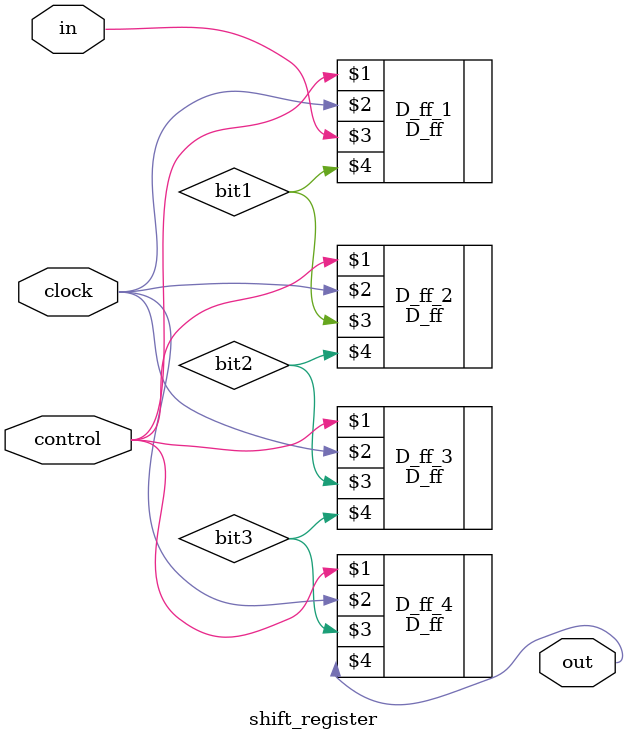
<source format=v>
`timescale 1ns / 1ps
`include "D_ff.v"

module shift_register(in,clock,control,out);
    
    input clock,control,in;
    wire bit1,bit2,bit3;
    output out;
    
    D_ff D_ff_4(control,clock,bit3,out);
    D_ff D_ff_3(control,clock,bit2,bit3);
    D_ff D_ff_2(control,clock,bit1,bit2);
    D_ff D_ff_1(control,clock,in,bit1);
    
    
endmodule

</source>
